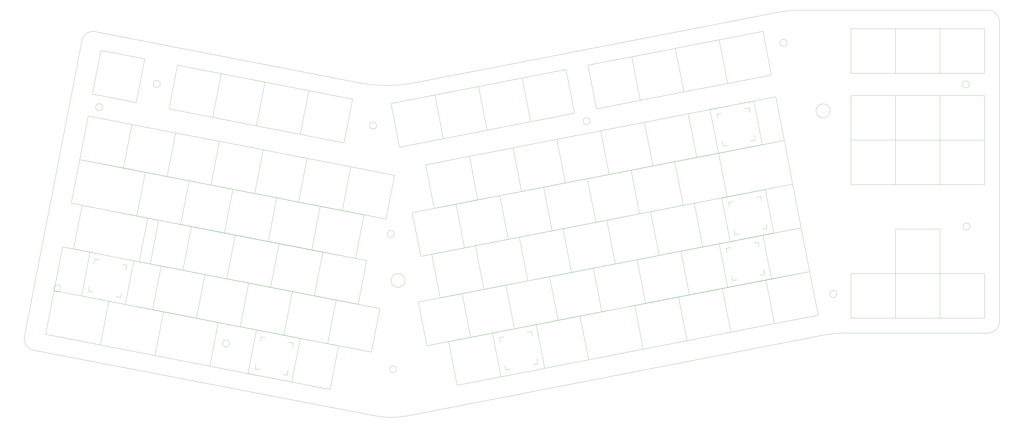
<source format=gbr>
%TF.GenerationSoftware,KiCad,Pcbnew,8.0.4*%
%TF.CreationDate,2024-08-17T15:03:33+09:00*%
%TF.ProjectId,ttaelgam,74746165-6c67-4616-9d2e-6b696361645f,rev?*%
%TF.SameCoordinates,Original*%
%TF.FileFunction,OtherDrawing,Comment*%
%FSLAX46Y46*%
G04 Gerber Fmt 4.6, Leading zero omitted, Abs format (unit mm)*
G04 Created by KiCad (PCBNEW 8.0.4) date 2024-08-17 15:03:33*
%MOMM*%
%LPD*%
G01*
G04 APERTURE LIST*
%ADD10C,0.120000*%
%ADD11C,0.100000*%
%TA.AperFunction,Profile*%
%ADD12C,0.050000*%
%TD*%
G04 APERTURE END LIST*
D10*
%TO.C,S63*%
X391383480Y-235025182D02*
X387748569Y-216325184D01*
X402396469Y-216050181D02*
X402778087Y-218013435D01*
X404359723Y-215668563D02*
X402396469Y-216050181D01*
X405067795Y-229792961D02*
X404686177Y-227829707D01*
X407031049Y-229411343D02*
X405067795Y-229792961D01*
X414175995Y-213760473D02*
X416139249Y-213378855D01*
X416139249Y-213378855D02*
X416520867Y-215342109D01*
X418428957Y-225158381D02*
X418810575Y-227121635D01*
X418810575Y-227121635D02*
X416847321Y-227503253D01*
X429823564Y-208146634D02*
X387748569Y-216325184D01*
X433458475Y-226846632D02*
X391383480Y-235025182D01*
X433458475Y-226846632D02*
X429823564Y-208146634D01*
%TO.C,S82*%
X286453315Y-294234646D02*
X282818404Y-275534648D01*
X304478803Y-273896553D02*
X304860421Y-275859807D01*
X306442057Y-273514935D02*
X304478803Y-273896553D01*
X307150129Y-287639333D02*
X306768511Y-285676079D01*
X309113383Y-287257715D02*
X307150129Y-287639333D01*
X316258329Y-271606845D02*
X318221583Y-271225227D01*
X318221583Y-271225227D02*
X318603201Y-273188481D01*
X320511291Y-283004753D02*
X320892909Y-284968007D01*
X320892909Y-284968007D02*
X318929655Y-285349625D01*
X338918397Y-264629914D02*
X282818404Y-275534648D01*
X342553308Y-283329912D02*
X286453315Y-294234646D01*
X342553308Y-283329912D02*
X338918397Y-264629914D01*
%TO.C,S30*%
X388788657Y-196716458D02*
X385153745Y-178016458D01*
X397464146Y-178195821D02*
X397845764Y-180159075D01*
X399427400Y-177814203D02*
X397464146Y-178195821D01*
X400135472Y-191938601D02*
X399753854Y-189975347D01*
X402098726Y-191556983D02*
X400135472Y-191938601D01*
X409243672Y-175906113D02*
X411206926Y-175524495D01*
X411206926Y-175524495D02*
X411588544Y-177487749D01*
X413496634Y-187304021D02*
X413878252Y-189267275D01*
X413878252Y-189267275D02*
X411914998Y-189648893D01*
X422553741Y-170746638D02*
X385153745Y-178016458D01*
X426188653Y-189446638D02*
X388788657Y-196716458D01*
X426188653Y-189446638D02*
X422553741Y-170746638D01*
%TO.C,S81*%
X180706985Y-286056094D02*
X184341897Y-267356097D01*
X200029885Y-287239826D02*
X200411503Y-285276572D01*
X201993139Y-287621444D02*
X200029885Y-287239826D01*
X202701211Y-273497046D02*
X202319593Y-275460300D01*
X204664465Y-273878664D02*
X202701211Y-273497046D01*
X213772665Y-289911152D02*
X211809411Y-289529534D01*
X214154283Y-287947898D02*
X213772665Y-289911152D01*
X214480737Y-275786754D02*
X216443991Y-276168372D01*
X216443991Y-276168372D02*
X216062373Y-278131626D01*
X232131979Y-296052101D02*
X180706985Y-286056094D01*
X232131979Y-296052101D02*
X235766891Y-277352104D01*
X235766891Y-277352104D02*
X184341897Y-267356097D01*
%TO.C,S76*%
X385668392Y-255542635D02*
X382033480Y-236842638D01*
X401356380Y-235658906D02*
X401737998Y-237622160D01*
X403319634Y-235277288D02*
X401356380Y-235658906D01*
X404027706Y-249401686D02*
X403646088Y-247438432D01*
X405990960Y-249020068D02*
X404027706Y-249401686D01*
X413135906Y-233369198D02*
X415099160Y-232987580D01*
X415099160Y-232987580D02*
X415480778Y-234950834D01*
X417388868Y-244767106D02*
X417770486Y-246730360D01*
X417770486Y-246730360D02*
X415807232Y-247111978D01*
X433458474Y-226846631D02*
X382033480Y-236842638D01*
X437093386Y-245546628D02*
X385668392Y-255542635D01*
X437093386Y-245546628D02*
X433458474Y-226846631D01*
%TO.C,S64*%
X114216905Y-253725180D02*
X117851816Y-235025182D01*
X128864805Y-254000183D02*
X129246423Y-252036929D01*
X130828059Y-254381801D02*
X128864805Y-254000183D01*
X131536131Y-240257403D02*
X131154513Y-242220657D01*
X133499385Y-240639021D02*
X131536131Y-240257403D01*
X142607585Y-256671509D02*
X140644331Y-256289891D01*
X142989203Y-254708255D02*
X142607585Y-256671509D01*
X143315657Y-242547111D02*
X145278911Y-242928729D01*
X145278911Y-242928729D02*
X144897293Y-244891983D01*
X156291900Y-261903730D02*
X114216905Y-253725180D01*
X156291900Y-261903730D02*
X159926811Y-243203732D01*
X159926811Y-243203732D02*
X117851816Y-235025182D01*
D11*
%TO.C,MX52*%
X172911722Y-226321191D02*
X169276810Y-245021189D01*
X150576812Y-241386277D01*
X154211724Y-222686279D01*
X172911722Y-226321191D01*
%TO.C,MX2*%
X185633912Y-160871198D02*
X181999000Y-179571196D01*
X163299002Y-175936284D01*
X166933914Y-157236286D01*
X185633912Y-160871198D01*
%TO.C,MX55*%
X229011716Y-237225925D02*
X225376804Y-255925923D01*
X206676806Y-252291011D01*
X210311718Y-233591013D01*
X229011716Y-237225925D01*
%TO.C,MX18*%
X166156547Y-186195011D02*
X162521635Y-204895009D01*
X143821637Y-201260097D01*
X147456549Y-182560099D01*
X166156547Y-186195011D01*
%TO.C,MX24*%
X295288668Y-214891015D02*
X276588670Y-218525927D01*
X272953758Y-199825929D01*
X291653756Y-196191017D01*
X295288668Y-214891015D01*
%TO.C,MX69*%
X253426801Y-261378290D02*
X249791889Y-280078288D01*
X231091891Y-276443376D01*
X234726803Y-257743378D01*
X253426801Y-261378290D01*
%TO.C,MX66*%
X197326808Y-250473555D02*
X193691896Y-269173553D01*
X174991898Y-265538641D01*
X178626810Y-246838643D01*
X197326808Y-250473555D01*
%TO.C,MX84*%
X384628304Y-275151361D02*
X365928306Y-278786273D01*
X362293394Y-260086275D01*
X380993392Y-256451363D01*
X384628304Y-275151361D01*
%TO.C,MX58*%
X316583489Y-249564827D02*
X297883491Y-253199739D01*
X294248579Y-234499741D01*
X312948577Y-230864829D01*
X316583489Y-249564827D01*
%TO.C,MX64*%
X148239313Y-240931913D02*
X144604401Y-259631911D01*
X125904403Y-255996999D01*
X129539315Y-237297001D01*
X148239313Y-240931913D01*
%TO.C,MX78*%
X137591902Y-258268819D02*
X133956991Y-276968817D01*
X110581994Y-272425177D01*
X114216905Y-253725179D01*
X137591902Y-258268819D01*
%TO.C,MX73*%
X348268397Y-262812458D02*
X329568399Y-266447370D01*
X325933487Y-247747372D01*
X344633485Y-244112460D01*
X348268397Y-262812458D01*
%TO.C,MX61*%
X372683482Y-238660093D02*
X353983484Y-242295005D01*
X350348572Y-223595007D01*
X369048570Y-219960095D01*
X372683482Y-238660093D01*
%TO.C,MX63*%
X421770977Y-229118451D02*
X403070979Y-232753363D01*
X399436067Y-214053365D01*
X418136065Y-210418453D01*
X421770977Y-229118451D01*
%TO.C,MX89*%
X473692648Y-265481553D02*
X492742648Y-265481553D01*
X492742648Y-246431553D01*
X473692648Y-246431553D01*
X473692648Y-265481553D01*
%TO.C,MX22*%
X240956538Y-200734657D02*
X237321626Y-219434655D01*
X218621628Y-215799743D01*
X222256540Y-197099745D01*
X240956538Y-200734657D01*
%TO.C,MX44*%
X364373571Y-220868823D02*
X345673573Y-224503735D01*
X342038661Y-205803737D01*
X360738659Y-202168825D01*
X364373571Y-220868823D01*
%TO.C,MX67*%
X216026805Y-254108467D02*
X212391893Y-272808465D01*
X193691895Y-269173553D01*
X197326807Y-250473555D01*
X216026805Y-254108467D01*
%TO.C,MX74*%
X366968395Y-259177547D02*
X348268397Y-262812459D01*
X344633485Y-244112461D01*
X363333483Y-240477549D01*
X366968395Y-259177547D01*
%TO.C,MX36*%
X190571632Y-210347376D02*
X186936720Y-229047374D01*
X168236722Y-225412462D01*
X171871634Y-206712464D01*
X190571632Y-210347376D01*
%TO.C,MX39*%
X246671625Y-221252110D02*
X243036713Y-239952108D01*
X224336715Y-236317196D01*
X227971627Y-217617198D01*
X246671625Y-221252110D01*
%TO.C,MX88*%
X454642648Y-265481553D02*
X473692648Y-265481553D01*
X473692648Y-246431553D01*
X454642648Y-246431553D01*
X454642648Y-265481553D01*
%TO.C,MX19*%
X184856544Y-189829923D02*
X181221632Y-208529921D01*
X162521634Y-204895009D01*
X166156546Y-186195011D01*
X184856544Y-189829923D01*
%TO.C,MX3*%
X204333910Y-164506110D02*
X200698998Y-183206108D01*
X181999000Y-179571196D01*
X185633912Y-160871198D01*
X204333910Y-164506110D01*
%TO.C,MX71*%
X310868401Y-270082281D02*
X292168403Y-273717193D01*
X288533491Y-255017195D01*
X307233489Y-251382283D01*
X310868401Y-270082281D01*
%TO.C,MX27*%
X351388661Y-203986281D02*
X332688663Y-207621193D01*
X329053751Y-188921195D01*
X347753749Y-185286283D01*
X351388661Y-203986281D01*
%TO.C,MX5*%
X241733905Y-171775932D02*
X238098993Y-190475930D01*
X219398995Y-186841018D01*
X223033907Y-168141020D01*
X241733905Y-171775932D01*
%TO.C,MX76*%
X420730888Y-248727176D02*
X402030890Y-252362088D01*
X398395978Y-233662090D01*
X417095976Y-230027178D01*
X420730888Y-248727176D01*
%TO.C,MX9*%
X336586295Y-177753740D02*
X317886297Y-181388652D01*
X314251385Y-162688654D01*
X332951383Y-159053742D01*
X336586295Y-177753740D01*
%TO.C,MX13*%
X420736285Y-161396639D02*
X402036287Y-165031551D01*
X398401375Y-146331553D01*
X417101373Y-142696641D01*
X420736285Y-161396639D01*
%TO.C,MX21*%
X222256540Y-197099745D02*
X218621628Y-215799743D01*
X199921630Y-212164831D01*
X203556542Y-193464833D01*
X222256540Y-197099745D01*
%TO.C,MX33*%
X492742648Y-189281553D02*
X511792648Y-189281553D01*
X511792648Y-170231553D01*
X492742648Y-170231553D01*
X492742648Y-189281553D01*
%TO.C,MX26*%
X332688663Y-207621192D02*
X313988665Y-211256104D01*
X310353753Y-192556106D01*
X329053751Y-188921194D01*
X332688663Y-207621192D01*
%TO.C,MX12*%
X402036288Y-165031550D02*
X383336290Y-168666462D01*
X379701378Y-149966464D01*
X398401376Y-146331552D01*
X402036288Y-165031550D01*
%TO.C,MX16*%
X492742648Y-160706553D02*
X511792648Y-160706553D01*
X511792648Y-141656553D01*
X492742648Y-141656553D01*
X492742648Y-160706553D01*
%TO.C,MX34*%
X153171636Y-203077554D02*
X149536725Y-221777551D01*
X121486728Y-216325184D01*
X125121639Y-197625187D01*
X153171636Y-203077554D01*
%TO.C,MX40*%
X289573580Y-235408469D02*
X270873582Y-239043381D01*
X267238670Y-220343383D01*
X285938668Y-216708471D01*
X289573580Y-235408469D01*
%TO.C,MX82*%
X323853311Y-286964823D02*
X305153313Y-290599735D01*
X301518401Y-271899737D01*
X320218399Y-268264825D01*
X323853311Y-286964823D01*
%TO.C,MX43*%
X345673574Y-224503734D02*
X326973576Y-228138646D01*
X323338664Y-209438648D01*
X342038662Y-205803736D01*
X345673574Y-224503734D01*
%TO.C,MX30*%
X416838654Y-191264091D02*
X398138656Y-194899003D01*
X394503744Y-176199005D01*
X413203742Y-172564093D01*
X416838654Y-191264091D01*
%TO.C,MX7*%
X299186299Y-185023563D02*
X280486301Y-188658475D01*
X276851389Y-169958477D01*
X295551387Y-166323565D01*
X299186299Y-185023563D01*
%TO.C,MX68*%
X234726803Y-257743378D02*
X231091891Y-276443376D01*
X212391893Y-272808464D01*
X216026805Y-254108466D01*
X234726803Y-257743378D01*
%TO.C,MX17*%
X147456549Y-182560100D02*
X143821637Y-201260098D01*
X125121639Y-197625186D01*
X128756551Y-178925188D01*
X147456549Y-182560100D01*
%TO.C,MX35*%
X171871634Y-206712465D02*
X168236722Y-225412463D01*
X149536724Y-221777551D01*
X153171636Y-203077553D01*
X171871634Y-206712465D01*
%TO.C,MX4*%
X223033908Y-168141021D02*
X219398996Y-186841019D01*
X200698998Y-183206107D01*
X204333910Y-164506109D01*
X223033908Y-168141021D01*
%TO.C,MX8*%
X317886297Y-181388651D02*
X299186299Y-185023563D01*
X295551387Y-166323565D01*
X314251385Y-162688653D01*
X317886297Y-181388651D01*
%TO.C,MX1*%
X152908916Y-154510103D02*
X149274004Y-173210101D01*
X130574006Y-169575189D01*
X134208918Y-150875191D01*
X152908916Y-154510103D01*
%TO.C,MX49*%
X473692648Y-208331553D02*
X492742648Y-208331553D01*
X492742648Y-189281553D01*
X473692648Y-189281553D01*
X473692648Y-208331553D01*
%TO.C,MX83*%
X365928306Y-278786272D02*
X342553309Y-283329912D01*
X338918398Y-264629914D01*
X362293395Y-260086274D01*
X365928306Y-278786272D01*
%TO.C,MX48*%
X454642648Y-208331553D02*
X473692648Y-208331553D01*
X473692648Y-189281553D01*
X454642648Y-189281553D01*
X454642648Y-208331553D01*
%TO.C,MX62*%
X391383480Y-235025182D02*
X372683482Y-238660094D01*
X369048570Y-219960096D01*
X387748568Y-216325184D01*
X391383480Y-235025182D01*
%TO.C,MX75*%
X385668392Y-255542635D02*
X366968394Y-259177547D01*
X363333482Y-240477549D01*
X382033480Y-236842637D01*
X385668392Y-255542635D01*
%TO.C,MX25*%
X313988665Y-211256104D02*
X295288667Y-214891016D01*
X291653755Y-196191018D01*
X310353753Y-192556106D01*
X313988665Y-211256104D01*
%TO.C,MX32*%
X473692648Y-189281553D02*
X492742648Y-189281553D01*
X492742648Y-170231553D01*
X473692648Y-170231553D01*
X473692648Y-189281553D01*
%TO.C,MX15*%
X473692648Y-160706553D02*
X492742648Y-160706553D01*
X492742648Y-141656553D01*
X473692648Y-141656553D01*
X473692648Y-160706553D01*
%TO.C,MX41*%
X308273578Y-231773557D02*
X289573580Y-235408469D01*
X285938668Y-216708471D01*
X304638666Y-213073559D01*
X308273578Y-231773557D01*
%TO.C,MX86*%
X422028300Y-267881538D02*
X403328302Y-271516450D01*
X399693390Y-252816452D01*
X418393388Y-249181540D01*
X422028300Y-267881538D01*
%TO.C,MX60*%
X353983484Y-242295004D02*
X335283486Y-245929916D01*
X331648574Y-227229918D01*
X350348572Y-223595006D01*
X353983484Y-242295004D01*
%TO.C,MX10*%
X364636292Y-172301373D02*
X345936294Y-175936285D01*
X342301382Y-157236287D01*
X361001380Y-153601375D01*
X364636292Y-172301373D01*
%TO.C,MX81*%
X219404393Y-274171556D02*
X215769481Y-292871554D01*
X197069483Y-289236642D01*
X200704395Y-270536644D01*
X219404393Y-274171556D01*
%TO.C,MX65*%
X178626810Y-246838644D02*
X174991898Y-265538642D01*
X156291900Y-261903730D01*
X159926812Y-243203732D01*
X178626810Y-246838644D01*
%TO.C,MX14*%
X454642648Y-160706553D02*
X473692648Y-160706553D01*
X473692648Y-141656553D01*
X454642648Y-141656553D01*
X454642648Y-160706553D01*
%TO.C,MX38*%
X227971628Y-217617199D02*
X224336716Y-236317197D01*
X205636718Y-232682285D01*
X209271630Y-213982287D01*
X227971628Y-217617199D01*
%TO.C,MX46*%
X401773567Y-213599000D02*
X383073569Y-217233912D01*
X379438657Y-198533914D01*
X398138655Y-194899002D01*
X401773567Y-213599000D01*
%TO.C,MX53*%
X191611720Y-229956102D02*
X187976808Y-248656100D01*
X169276810Y-245021188D01*
X172911722Y-226321190D01*
X191611720Y-229956102D01*
%TO.C,MX29*%
X388788657Y-196716458D02*
X370088659Y-200351370D01*
X366453747Y-181651372D01*
X385153745Y-178016460D01*
X388788657Y-196716458D01*
%TO.C,MX23*%
X259656536Y-204369568D02*
X256021624Y-223069566D01*
X237321626Y-219434654D01*
X240956538Y-200734656D01*
X259656536Y-204369568D01*
%TO.C,MX31*%
X454642648Y-189281553D02*
X473692648Y-189281553D01*
X473692648Y-170231553D01*
X454642648Y-170231553D01*
X454642648Y-189281553D01*
%TO.C,MX37*%
X209271630Y-213982288D02*
X205636718Y-232682286D01*
X186936720Y-229047374D01*
X190571632Y-210347376D01*
X209271630Y-213982288D01*
%TO.C,MX42*%
X326973576Y-228138646D02*
X308273578Y-231773558D01*
X304638666Y-213073560D01*
X323338664Y-209438648D01*
X326973576Y-228138646D01*
%TO.C,MX90*%
X492742648Y-265481553D02*
X511792648Y-265481553D01*
X511792648Y-246431553D01*
X492742648Y-246431553D01*
X492742648Y-265481553D01*
%TO.C,MX45*%
X383073569Y-217233912D02*
X364373571Y-220868824D01*
X360738659Y-202168826D01*
X379438657Y-198533914D01*
X383073569Y-217233912D01*
%TO.C,MX20*%
X203556542Y-193464834D02*
X199921630Y-212164832D01*
X181221632Y-208529920D01*
X184856544Y-189829922D01*
X203556542Y-193464834D01*
%TO.C,MX85*%
X403328302Y-271516450D02*
X384628304Y-275151362D01*
X380993392Y-256451364D01*
X399693390Y-252816452D01*
X403328302Y-271516450D01*
%TO.C,MX50*%
X492742648Y-208331553D02*
X511792648Y-208331553D01*
X511792648Y-189281553D01*
X492742648Y-189281553D01*
X492742648Y-208331553D01*
%TO.C,MX54*%
X210311718Y-233591013D02*
X206676806Y-252291011D01*
X187976808Y-248656099D01*
X191611720Y-229956101D01*
X210311718Y-233591013D01*
%TO.C,MX11*%
X383336290Y-168666461D02*
X364636292Y-172301373D01*
X361001380Y-153601375D01*
X379701378Y-149966463D01*
X383336290Y-168666461D01*
%TO.C,MX80*%
X184341897Y-267356098D02*
X180706986Y-286056096D01*
X157331989Y-281512456D01*
X160966900Y-262812458D01*
X184341897Y-267356098D01*
%TO.C,MX28*%
X370088659Y-200351370D02*
X351388661Y-203986282D01*
X347753749Y-185286284D01*
X366453747Y-181651372D01*
X370088659Y-200351370D01*
%TO.C,MX57*%
X297883491Y-253199739D02*
X279183493Y-256834651D01*
X275548581Y-238134653D01*
X294248579Y-234499741D01*
X297883491Y-253199739D01*
%TO.C,MX59*%
X335283487Y-245929916D02*
X316583489Y-249564828D01*
X312948577Y-230864830D01*
X331648575Y-227229918D01*
X335283487Y-245929916D01*
%TO.C,MX47*%
X429823563Y-208146633D02*
X401773566Y-213599000D01*
X398138655Y-194899003D01*
X426188652Y-189446636D01*
X429823563Y-208146633D01*
%TO.C,MX6*%
X280486302Y-188658474D02*
X261786304Y-192293386D01*
X258151392Y-173593388D01*
X276851390Y-169958476D01*
X280486302Y-188658474D01*
%TO.C,MX79*%
X160966899Y-262812459D02*
X157331988Y-281512457D01*
X133956991Y-276968817D01*
X137591902Y-258268819D01*
X160966899Y-262812459D01*
%TO.C,MX56*%
X247711714Y-240860836D02*
X244076802Y-259560834D01*
X225376804Y-255925922D01*
X229011716Y-237225924D01*
X247711714Y-240860836D01*
%TO.C,MX70*%
X292168403Y-273717192D02*
X273468405Y-277352104D01*
X269833493Y-258652106D01*
X288533491Y-255017194D01*
X292168403Y-273717192D01*
%TO.C,MX77*%
X473692648Y-246431553D02*
X492742648Y-246431553D01*
X492742648Y-227381553D01*
X473692648Y-227381553D01*
X473692648Y-246431553D01*
%TO.C,MX72*%
X329568399Y-266447369D02*
X310868401Y-270082281D01*
X307233489Y-251382283D01*
X325933487Y-247747371D01*
X329568399Y-266447369D01*
%TO.C,MX51*%
X158886723Y-223595006D02*
X155251812Y-242295004D01*
X122526816Y-235933909D01*
X126161727Y-217233911D01*
X158886723Y-223595006D01*
%TO.C,MX87*%
X440728298Y-264246627D02*
X422028300Y-267881539D01*
X418393388Y-249181541D01*
X437093386Y-245546629D01*
X440728298Y-264246627D01*
%TD*%
D12*
X518209740Y-265496311D02*
X518209740Y-266896311D01*
X259609740Y-229496311D02*
G75*
G02*
X256609740Y-229496311I-1500000J0D01*
G01*
X256609740Y-229496311D02*
G75*
G02*
X259609740Y-229496311I1500000J0D01*
G01*
X265437832Y-307329325D02*
G75*
G02*
X251379039Y-307342807I-7064232J36319425D01*
G01*
X135009740Y-175196311D02*
G75*
G02*
X132009740Y-175196311I-1500000J0D01*
G01*
X132009740Y-175196311D02*
G75*
G02*
X135009740Y-175196311I1500000J0D01*
G01*
X126058534Y-146810875D02*
G75*
G02*
X131923193Y-142853234I4908866J-950125D01*
G01*
X518209740Y-141696311D02*
X518209740Y-265496311D01*
X513209740Y-133696311D02*
G75*
G02*
X518209689Y-138696311I-40J-4999989D01*
G01*
X108809740Y-279896311D02*
X105509757Y-279252412D01*
X268442894Y-164756920D02*
G75*
G02*
X244377335Y-164753073I-12022894J61842120D01*
G01*
X448709740Y-255196311D02*
G75*
G02*
X445709740Y-255196311I-1500000J0D01*
G01*
X445709740Y-255196311D02*
G75*
G02*
X448709740Y-255196311I1500000J0D01*
G01*
X159609740Y-165196311D02*
G75*
G02*
X156609740Y-165196311I-1500000J0D01*
G01*
X156609740Y-165196311D02*
G75*
G02*
X159609740Y-165196311I1500000J0D01*
G01*
X441651426Y-273055222D02*
X265437832Y-307329325D01*
X431773007Y-133696311D02*
X513209740Y-133696311D01*
X424711961Y-134376322D02*
X268442894Y-164756920D01*
X424711961Y-134376322D02*
G75*
G02*
X431773007Y-133696313I7061039J-36319978D01*
G01*
X518209740Y-266896311D02*
G75*
G02*
X513209740Y-271896340I-5000040J11D01*
G01*
X505609740Y-226296311D02*
G75*
G02*
X502609740Y-226296311I-1500000J0D01*
G01*
X502609740Y-226296311D02*
G75*
G02*
X505609740Y-226296311I1500000J0D01*
G01*
X101558410Y-273394850D02*
X126058534Y-146810875D01*
X513209740Y-271896311D02*
X511809740Y-271896311D01*
X505309740Y-165496311D02*
G75*
G02*
X502309740Y-165496311I-1500000J0D01*
G01*
X502309740Y-165496311D02*
G75*
G02*
X505309740Y-165496311I1500000J0D01*
G01*
X117009740Y-252796311D02*
G75*
G02*
X114009740Y-252796311I-1500000J0D01*
G01*
X114009740Y-252796311D02*
G75*
G02*
X117009740Y-252796311I1500000J0D01*
G01*
X518209740Y-141696311D02*
X518209740Y-138696311D01*
X252009740Y-183096311D02*
G75*
G02*
X249009740Y-183096311I-1500000J0D01*
G01*
X249009740Y-183096311D02*
G75*
G02*
X252009740Y-183096311I1500000J0D01*
G01*
X445809740Y-176796311D02*
G75*
G02*
X439809740Y-176796311I-3000000J0D01*
G01*
X439809740Y-176796311D02*
G75*
G02*
X445809740Y-176796311I3000000J0D01*
G01*
X260509740Y-287396311D02*
G75*
G02*
X257509740Y-287396311I-1500000J0D01*
G01*
X257509740Y-287396311D02*
G75*
G02*
X260509740Y-287396311I1500000J0D01*
G01*
X105509757Y-279252412D02*
G75*
G02*
X101558450Y-273394858I957543J4907412D01*
G01*
X189209740Y-276396311D02*
G75*
G02*
X186209740Y-276396311I-1500000J0D01*
G01*
X186209740Y-276396311D02*
G75*
G02*
X189209740Y-276396311I1500000J0D01*
G01*
X264150828Y-249396311D02*
G75*
G02*
X258268652Y-249396311I-2941088J0D01*
G01*
X258268652Y-249396311D02*
G75*
G02*
X264150828Y-249396311I2941088J0D01*
G01*
X343309740Y-181196311D02*
G75*
G02*
X340309740Y-181196311I-1500000J0D01*
G01*
X340309740Y-181196311D02*
G75*
G02*
X343309740Y-181196311I1500000J0D01*
G01*
X441651426Y-273055222D02*
G75*
G02*
X453679714Y-271896313I12028274J-61841078D01*
G01*
X427409740Y-147696311D02*
G75*
G02*
X424409740Y-147696311I-1500000J0D01*
G01*
X424409740Y-147696311D02*
G75*
G02*
X427409740Y-147696311I1500000J0D01*
G01*
X244377337Y-164753061D02*
X131923203Y-142853183D01*
X251379039Y-307342807D02*
X108809740Y-279896311D01*
X511809740Y-271896311D02*
X453679714Y-271896311D01*
M02*

</source>
